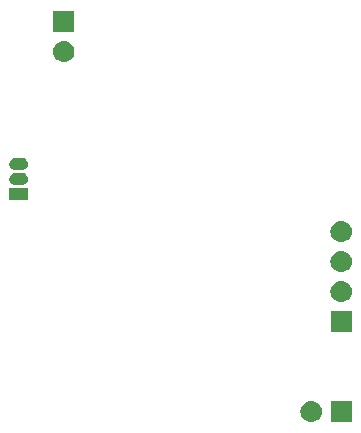
<source format=gbr>
G04 #@! TF.GenerationSoftware,KiCad,Pcbnew,(5.1.0)-1*
G04 #@! TF.CreationDate,2019-04-05T20:07:07+02:00*
G04 #@! TF.ProjectId,WiFi Environment Sensor Node,57694669-2045-46e7-9669-726f6e6d656e,rev?*
G04 #@! TF.SameCoordinates,Original*
G04 #@! TF.FileFunction,Soldermask,Bot*
G04 #@! TF.FilePolarity,Negative*
%FSLAX46Y46*%
G04 Gerber Fmt 4.6, Leading zero omitted, Abs format (unit mm)*
G04 Created by KiCad (PCBNEW (5.1.0)-1) date 2019-04-05 20:07:07*
%MOMM*%
%LPD*%
G04 APERTURE LIST*
%ADD10C,0.100000*%
G04 APERTURE END LIST*
D10*
G36*
X140445442Y-114040518D02*
G01*
X140511627Y-114047037D01*
X140681466Y-114098557D01*
X140837991Y-114182222D01*
X140873729Y-114211552D01*
X140975186Y-114294814D01*
X141058448Y-114396271D01*
X141087778Y-114432009D01*
X141171443Y-114588534D01*
X141222963Y-114758373D01*
X141240359Y-114935000D01*
X141222963Y-115111627D01*
X141171443Y-115281466D01*
X141087778Y-115437991D01*
X141058448Y-115473729D01*
X140975186Y-115575186D01*
X140873729Y-115658448D01*
X140837991Y-115687778D01*
X140681466Y-115771443D01*
X140511627Y-115822963D01*
X140445443Y-115829481D01*
X140379260Y-115836000D01*
X140290740Y-115836000D01*
X140224557Y-115829481D01*
X140158373Y-115822963D01*
X139988534Y-115771443D01*
X139832009Y-115687778D01*
X139796271Y-115658448D01*
X139694814Y-115575186D01*
X139611552Y-115473729D01*
X139582222Y-115437991D01*
X139498557Y-115281466D01*
X139447037Y-115111627D01*
X139429641Y-114935000D01*
X139447037Y-114758373D01*
X139498557Y-114588534D01*
X139582222Y-114432009D01*
X139611552Y-114396271D01*
X139694814Y-114294814D01*
X139796271Y-114211552D01*
X139832009Y-114182222D01*
X139988534Y-114098557D01*
X140158373Y-114047037D01*
X140224558Y-114040518D01*
X140290740Y-114034000D01*
X140379260Y-114034000D01*
X140445442Y-114040518D01*
X140445442Y-114040518D01*
G37*
G36*
X143776000Y-115836000D02*
G01*
X141974000Y-115836000D01*
X141974000Y-114034000D01*
X143776000Y-114034000D01*
X143776000Y-115836000D01*
X143776000Y-115836000D01*
G37*
G36*
X143776000Y-108216000D02*
G01*
X141974000Y-108216000D01*
X141974000Y-106414000D01*
X143776000Y-106414000D01*
X143776000Y-108216000D01*
X143776000Y-108216000D01*
G37*
G36*
X142985443Y-103880519D02*
G01*
X143051627Y-103887037D01*
X143221466Y-103938557D01*
X143377991Y-104022222D01*
X143413729Y-104051552D01*
X143515186Y-104134814D01*
X143598448Y-104236271D01*
X143627778Y-104272009D01*
X143711443Y-104428534D01*
X143762963Y-104598373D01*
X143780359Y-104775000D01*
X143762963Y-104951627D01*
X143711443Y-105121466D01*
X143627778Y-105277991D01*
X143598448Y-105313729D01*
X143515186Y-105415186D01*
X143413729Y-105498448D01*
X143377991Y-105527778D01*
X143221466Y-105611443D01*
X143051627Y-105662963D01*
X142985443Y-105669481D01*
X142919260Y-105676000D01*
X142830740Y-105676000D01*
X142764557Y-105669481D01*
X142698373Y-105662963D01*
X142528534Y-105611443D01*
X142372009Y-105527778D01*
X142336271Y-105498448D01*
X142234814Y-105415186D01*
X142151552Y-105313729D01*
X142122222Y-105277991D01*
X142038557Y-105121466D01*
X141987037Y-104951627D01*
X141969641Y-104775000D01*
X141987037Y-104598373D01*
X142038557Y-104428534D01*
X142122222Y-104272009D01*
X142151552Y-104236271D01*
X142234814Y-104134814D01*
X142336271Y-104051552D01*
X142372009Y-104022222D01*
X142528534Y-103938557D01*
X142698373Y-103887037D01*
X142764557Y-103880519D01*
X142830740Y-103874000D01*
X142919260Y-103874000D01*
X142985443Y-103880519D01*
X142985443Y-103880519D01*
G37*
G36*
X142985442Y-101340518D02*
G01*
X143051627Y-101347037D01*
X143221466Y-101398557D01*
X143377991Y-101482222D01*
X143413729Y-101511552D01*
X143515186Y-101594814D01*
X143598448Y-101696271D01*
X143627778Y-101732009D01*
X143711443Y-101888534D01*
X143762963Y-102058373D01*
X143780359Y-102235000D01*
X143762963Y-102411627D01*
X143711443Y-102581466D01*
X143627778Y-102737991D01*
X143598448Y-102773729D01*
X143515186Y-102875186D01*
X143413729Y-102958448D01*
X143377991Y-102987778D01*
X143221466Y-103071443D01*
X143051627Y-103122963D01*
X142985442Y-103129482D01*
X142919260Y-103136000D01*
X142830740Y-103136000D01*
X142764558Y-103129482D01*
X142698373Y-103122963D01*
X142528534Y-103071443D01*
X142372009Y-102987778D01*
X142336271Y-102958448D01*
X142234814Y-102875186D01*
X142151552Y-102773729D01*
X142122222Y-102737991D01*
X142038557Y-102581466D01*
X141987037Y-102411627D01*
X141969641Y-102235000D01*
X141987037Y-102058373D01*
X142038557Y-101888534D01*
X142122222Y-101732009D01*
X142151552Y-101696271D01*
X142234814Y-101594814D01*
X142336271Y-101511552D01*
X142372009Y-101482222D01*
X142528534Y-101398557D01*
X142698373Y-101347037D01*
X142764558Y-101340518D01*
X142830740Y-101334000D01*
X142919260Y-101334000D01*
X142985442Y-101340518D01*
X142985442Y-101340518D01*
G37*
G36*
X142985443Y-98800519D02*
G01*
X143051627Y-98807037D01*
X143221466Y-98858557D01*
X143377991Y-98942222D01*
X143413729Y-98971552D01*
X143515186Y-99054814D01*
X143598448Y-99156271D01*
X143627778Y-99192009D01*
X143711443Y-99348534D01*
X143762963Y-99518373D01*
X143780359Y-99695000D01*
X143762963Y-99871627D01*
X143711443Y-100041466D01*
X143627778Y-100197991D01*
X143598448Y-100233729D01*
X143515186Y-100335186D01*
X143413729Y-100418448D01*
X143377991Y-100447778D01*
X143221466Y-100531443D01*
X143051627Y-100582963D01*
X142985443Y-100589481D01*
X142919260Y-100596000D01*
X142830740Y-100596000D01*
X142764557Y-100589481D01*
X142698373Y-100582963D01*
X142528534Y-100531443D01*
X142372009Y-100447778D01*
X142336271Y-100418448D01*
X142234814Y-100335186D01*
X142151552Y-100233729D01*
X142122222Y-100197991D01*
X142038557Y-100041466D01*
X141987037Y-99871627D01*
X141969641Y-99695000D01*
X141987037Y-99518373D01*
X142038557Y-99348534D01*
X142122222Y-99192009D01*
X142151552Y-99156271D01*
X142234814Y-99054814D01*
X142336271Y-98971552D01*
X142372009Y-98942222D01*
X142528534Y-98858557D01*
X142698373Y-98807037D01*
X142764557Y-98800519D01*
X142830740Y-98794000D01*
X142919260Y-98794000D01*
X142985443Y-98800519D01*
X142985443Y-98800519D01*
G37*
G36*
X116371000Y-97021000D02*
G01*
X114769000Y-97021000D01*
X114769000Y-96019000D01*
X116371000Y-96019000D01*
X116371000Y-97021000D01*
X116371000Y-97021000D01*
G37*
G36*
X115968213Y-94756249D02*
G01*
X116062652Y-94784897D01*
X116149687Y-94831418D01*
X116225975Y-94894025D01*
X116288582Y-94970313D01*
X116335103Y-95057348D01*
X116363751Y-95151787D01*
X116373424Y-95250000D01*
X116363751Y-95348213D01*
X116335103Y-95442652D01*
X116288582Y-95529687D01*
X116225975Y-95605975D01*
X116149687Y-95668582D01*
X116062652Y-95715103D01*
X115968213Y-95743751D01*
X115894612Y-95751000D01*
X115245388Y-95751000D01*
X115171787Y-95743751D01*
X115077348Y-95715103D01*
X114990313Y-95668582D01*
X114914025Y-95605975D01*
X114851418Y-95529687D01*
X114804897Y-95442652D01*
X114776249Y-95348213D01*
X114766576Y-95250000D01*
X114776249Y-95151787D01*
X114804897Y-95057348D01*
X114851418Y-94970313D01*
X114914025Y-94894025D01*
X114990313Y-94831418D01*
X115077348Y-94784897D01*
X115171787Y-94756249D01*
X115245388Y-94749000D01*
X115894612Y-94749000D01*
X115968213Y-94756249D01*
X115968213Y-94756249D01*
G37*
G36*
X115968213Y-93486249D02*
G01*
X116062652Y-93514897D01*
X116149687Y-93561418D01*
X116225975Y-93624025D01*
X116288582Y-93700313D01*
X116335103Y-93787348D01*
X116363751Y-93881787D01*
X116373424Y-93980000D01*
X116363751Y-94078213D01*
X116335103Y-94172652D01*
X116288582Y-94259687D01*
X116225975Y-94335975D01*
X116149687Y-94398582D01*
X116062652Y-94445103D01*
X115968213Y-94473751D01*
X115894612Y-94481000D01*
X115245388Y-94481000D01*
X115171787Y-94473751D01*
X115077348Y-94445103D01*
X114990313Y-94398582D01*
X114914025Y-94335975D01*
X114851418Y-94259687D01*
X114804897Y-94172652D01*
X114776249Y-94078213D01*
X114766576Y-93980000D01*
X114776249Y-93881787D01*
X114804897Y-93787348D01*
X114851418Y-93700313D01*
X114914025Y-93624025D01*
X114990313Y-93561418D01*
X115077348Y-93514897D01*
X115171787Y-93486249D01*
X115245388Y-93479000D01*
X115894612Y-93479000D01*
X115968213Y-93486249D01*
X115968213Y-93486249D01*
G37*
G36*
X119490443Y-83560519D02*
G01*
X119556627Y-83567037D01*
X119726466Y-83618557D01*
X119882991Y-83702222D01*
X119918729Y-83731552D01*
X120020186Y-83814814D01*
X120103448Y-83916271D01*
X120132778Y-83952009D01*
X120216443Y-84108534D01*
X120267963Y-84278373D01*
X120285359Y-84455000D01*
X120267963Y-84631627D01*
X120216443Y-84801466D01*
X120132778Y-84957991D01*
X120103448Y-84993729D01*
X120020186Y-85095186D01*
X119918729Y-85178448D01*
X119882991Y-85207778D01*
X119726466Y-85291443D01*
X119556627Y-85342963D01*
X119490442Y-85349482D01*
X119424260Y-85356000D01*
X119335740Y-85356000D01*
X119269558Y-85349482D01*
X119203373Y-85342963D01*
X119033534Y-85291443D01*
X118877009Y-85207778D01*
X118841271Y-85178448D01*
X118739814Y-85095186D01*
X118656552Y-84993729D01*
X118627222Y-84957991D01*
X118543557Y-84801466D01*
X118492037Y-84631627D01*
X118474641Y-84455000D01*
X118492037Y-84278373D01*
X118543557Y-84108534D01*
X118627222Y-83952009D01*
X118656552Y-83916271D01*
X118739814Y-83814814D01*
X118841271Y-83731552D01*
X118877009Y-83702222D01*
X119033534Y-83618557D01*
X119203373Y-83567037D01*
X119269557Y-83560519D01*
X119335740Y-83554000D01*
X119424260Y-83554000D01*
X119490443Y-83560519D01*
X119490443Y-83560519D01*
G37*
G36*
X120281000Y-82816000D02*
G01*
X118479000Y-82816000D01*
X118479000Y-81014000D01*
X120281000Y-81014000D01*
X120281000Y-82816000D01*
X120281000Y-82816000D01*
G37*
M02*

</source>
